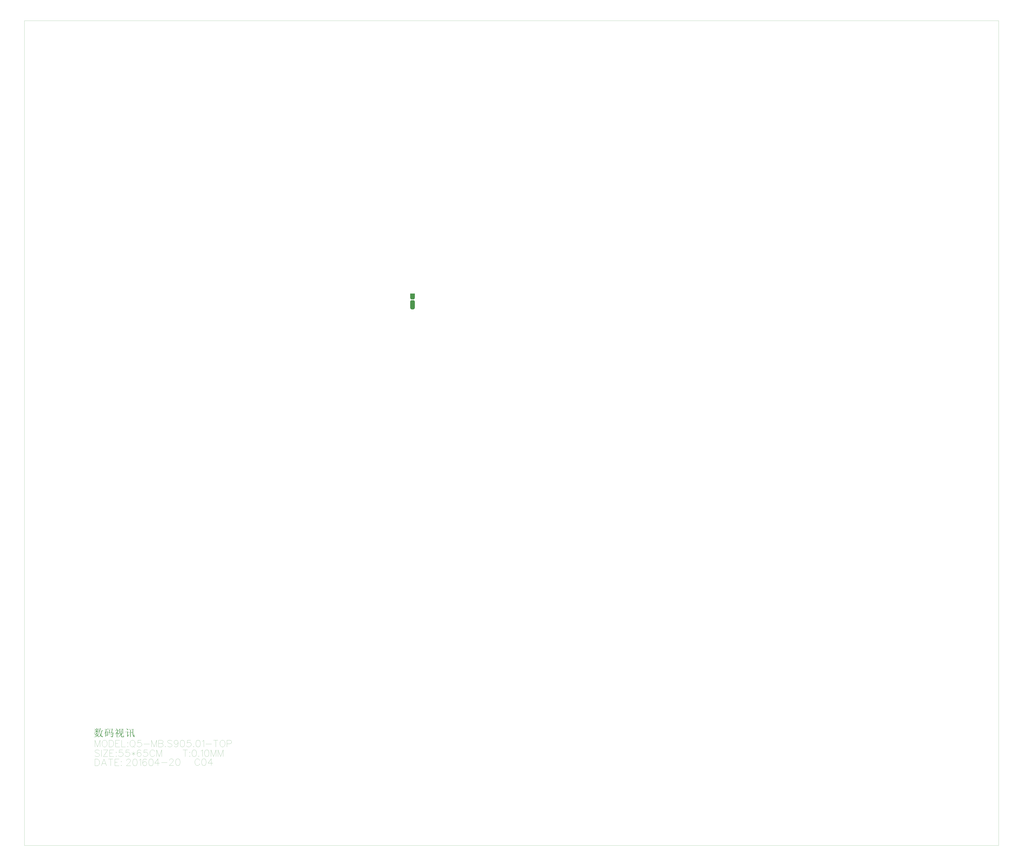
<source format=gbr>
G04 CAM350 V10.5 (Build 464) Date:  Mon Aug 14 14:28:41 2017 *
G04 Database: (Untitled) *
G04 Layer 1: 20C04.GBR *
%FSLAX33Y33*%
%MOMM*%
%SFA1.000B1.000*%

%MIA0B0*%
%IPPOS*%
%ADD10C,0.00000*%
%ADD11C,0.10000*%
%LN20C04.GBR*%
%LPD*%
G36*
X-278024Y-197325D02*
G01X-277974Y-197241D01*
X-277838Y-197330*
X-277718Y-197414*
X-277612Y-197494*
X-277522Y-197571*
X-277446Y-197643*
X-277386Y-197711*
X-277340Y-197775*
X-277312Y-197833*
X-277295Y-197894*
X-277289Y-197958*
X-277294Y-198025*
X-277310Y-198094*
X-277336Y-198167*
X-277374Y-198241*
X-277416Y-198300*
X-277456Y-198334*
X-277496Y-198342*
X-277534Y-198326*
X-277571Y-198284*
X-277606Y-198217*
X-277640Y-198125*
X-277673Y-198015*
X-277712Y-197903*
X-277760Y-197790*
X-277814Y-197676*
X-277877Y-197560*
X-277946Y-197443*
X-278024Y-197325*
G37*
G36*
X-263824Y-197091D02*
G01X-263740Y-197041D01*
X-263590Y-197147*
X-263454Y-197245*
X-263333Y-197336*
X-263226Y-197420*
X-263133Y-197495*
X-263054Y-197564*
X-262990Y-197625*
X-262946Y-197683*
X-262917Y-197743*
X-262903Y-197805*
X-262906Y-197870*
X-262924Y-197936*
X-262958Y-198004*
X-263007Y-198075*
X-263066Y-198139*
X-263118Y-198179*
X-263165Y-198196*
X-263205Y-198189*
X-263240Y-198158*
X-263268Y-198103*
X-263290Y-198025*
X-263321Y-197928*
X-263368Y-197819*
X-263429Y-197698*
X-263505Y-197565*
X-263596Y-197419*
X-263702Y-197261*
X-263824Y-197091*
G37*
G36*
X-256873Y-197175D02*
G01X-256823Y-197091D01*
X-256699Y-197136*
X-256581Y-197183*
X-256471Y-197232*
X-256369Y-197285*
X-256274Y-197340*
X-256187Y-197398*
X-256107Y-197458*
X-256041Y-197516*
X-255986Y-197575*
X-255942Y-197636*
X-255908Y-197698*
X-255886Y-197761*
X-255874Y-197825*
Y-197891*
X-255885Y-197951*
X-255902Y-198004*
X-255924Y-198053*
X-255950Y-198095*
X-255981Y-198133*
X-256016Y-198165*
X-256057Y-198191*
X-256102Y-198203*
X-256144Y-198201*
X-256181Y-198184*
X-256215Y-198153*
X-256244Y-198108*
X-256269Y-198049*
X-256290Y-197975*
X-256322Y-197889*
X-256372Y-197794*
X-256438Y-197689*
X-256521Y-197575*
X-256622Y-197451*
X-256739Y-197318*
X-256873Y-197175*
G37*
G36*
X-276274Y-198341D02*
G01X-276144Y-198093D01*
X-276030Y-197872*
X-275933Y-197678*
X-275852Y-197511*
X-275787Y-197372*
X-275739Y-197260*
X-275707Y-197175*
X-275257Y-197475*
X-275322Y-197492*
X-275386Y-197517*
X-275448Y-197548*
X-275507Y-197586*
X-275565Y-197631*
X-275620Y-197683*
X-275674Y-197741*
X-275725Y-197803*
X-275785Y-197873*
X-275853Y-197953*
X-275929Y-198041*
X-276014Y-198138*
X-276106Y-198243*
X-276207Y-198358*
X-276274Y-198341*
G37*
G36*
X-269257Y-201025D02*
G01X-267140D01*
X-266824Y-200708*
X-266390Y-201158*
X-268524*
X-268603Y-201159*
X-268681Y-201163*
X-268757Y-201170*
X-268831Y-201180*
X-268903Y-201192*
X-268972Y-201207*
X-269040Y-201225*
X-269257Y-201025*
G37*
G36*
X-257573Y-199258D02*
G01X-256324D01*
X-256107Y-199025*
X-255690Y-199358*
X-255957Y-199591*
Y-201825*
X-255090Y-200991*
X-255023Y-201075*
X-255105Y-201185*
X-255188Y-201298*
X-255272Y-201412*
X-255358Y-201529*
X-255445Y-201648*
X-255534Y-201769*
X-255623Y-201891*
X-255706Y-202012*
X-255781Y-202127*
X-255850Y-202235*
X-255912Y-202338*
X-255967Y-202434*
X-256015Y-202524*
X-256057Y-202608*
X-256423Y-202175*
X-256397Y-202125*
X-256374Y-202070*
X-256356Y-202010*
X-256342Y-201946*
X-256332Y-201877*
X-256326Y-201803*
X-256324Y-201725*
Y-199375*
X-256840*
X-256920Y-199377*
X-256998Y-199384*
X-257074Y-199396*
X-257148Y-199413*
X-257219Y-199434*
X-257289Y-199460*
X-257357Y-199491*
X-257573Y-199258*
G37*
G36*
X-261757Y-200708D02*
G01X-261752Y-200568D01*
X-261749Y-200394*
X-261746Y-200187*
X-261743Y-199946*
X-261742Y-199672*
X-261741Y-199365*
X-261740Y-199025*
X-261741Y-198687*
X-261742Y-198378*
X-261743Y-198099*
X-261746Y-197849*
X-261749Y-197628*
X-261752Y-197437*
X-261757Y-197275*
X-261340Y-197508*
X-259623*
X-259357Y-197225*
X-258940Y-197591*
X-259174Y-197741*
X-259173Y-198342*
X-259172Y-198869*
X-259170Y-199322*
X-259168Y-199701*
X-259165Y-200005*
X-259161Y-200235*
X-259157Y-200391*
X-259524Y-200625*
Y-197641*
X-261390*
Y-200475*
X-261757Y-200708*
G37*
G36*
X-67637Y90245D02*
G01Y92754D01*
Y92755*
G75*
G02X-67603Y93048I1276J0*
G01X-64509*
G02X-64475Y92755I-1242J-293*
G01Y90245*
G02X-65134Y89129I-1276J1*
G01X-66977*
G02X-67637Y90245I616J1117*
G37*
G36*
X-264574Y-200925D02*
G01X-264370Y-200738D01*
X-264180Y-200549*
X-264003Y-200358*
X-263839Y-200166*
X-263687Y-199971*
X-263549Y-199774*
X-263424Y-199575*
X-263310Y-199385*
X-263207Y-199206*
X-263115Y-199038*
X-263034Y-198881*
X-262964Y-198735*
X-262905Y-198599*
X-262857Y-198475*
X-263740*
X-263820Y-198476*
X-263898Y-198480*
X-263974Y-198487*
X-264048Y-198497*
X-264119Y-198509*
X-264189Y-198524*
X-264257Y-198541*
X-264474Y-198341*
X-262823*
X-262624Y-198075*
X-262157Y-198491*
X-262227Y-198510*
X-262293Y-198538*
X-262356Y-198574*
X-262415Y-198619*
X-262471Y-198673*
X-262524Y-198736*
X-262574Y-198808*
X-262619Y-198888*
X-262670Y-198977*
X-262727Y-199073*
X-262789Y-199178*
X-262856Y-199291*
X-262929Y-199412*
X-263007Y-199541*
Y-199775*
X-262839Y-199863*
X-262686Y-199946*
X-262549Y-200025*
X-262427Y-200099*
X-262322Y-200168*
X-262231Y-200232*
X-262157Y-200291*
X-262103Y-200355*
X-262064Y-200422*
X-262042Y-200492*
X-262034Y-200566*
X-262043Y-200643*
X-262067Y-200724*
X-262107Y-200808*
X-262153Y-200881*
X-262198Y-200929*
X-262240Y-200952*
X-262281Y-200950*
X-262319Y-200922*
X-262356Y-200869*
X-262390Y-200791*
X-262431Y-200697*
X-262488Y-200594*
X-262561Y-200483*
X-262649Y-200364*
X-262752Y-200237*
X-262872Y-200102*
X-263007Y-199958*
Y-200632*
X-263005Y-201217*
X-263004Y-201711*
X-263001Y-202116*
X-262998Y-202431*
X-262995Y-202656*
X-262990Y-202791*
X-263374Y-203025*
X-263365Y-202840*
X-263357Y-202570*
X-263351Y-202217*
X-263346Y-201778*
X-263343Y-201256*
X-263341Y-200649*
X-263340Y-199958*
X-263474Y-200106*
X-263618Y-200253*
X-263772Y-200401*
X-263936Y-200549*
X-264111Y-200696*
X-264295Y-200844*
X-264490Y-200991*
X-264574Y-200925*
G37*
G36*
X-255590Y-199725D02*
G01X-254390D01*
X-254391Y-199362*
X-254393Y-199038*
X-254396Y-198750*
X-254401Y-198500*
X-254407Y-198288*
X-254415Y-198112*
X-254423Y-197975*
X-253823Y-198241*
X-254057Y-198441*
Y-199725*
X-253607*
X-253307Y-199375*
X-252823Y-199858*
X-254057*
X-254056Y-200408*
X-254054Y-200906*
X-254051Y-201351*
X-254046Y-201744*
X-254040Y-202084*
X-254032Y-202372*
X-254023Y-202608*
X-254423Y-202791*
X-254415Y-202450*
X-254407Y-202083*
X-254401Y-201689*
X-254396Y-201270*
X-254393Y-200825*
X-254391Y-200355*
X-254390Y-199858*
X-254740*
X-254834Y-199859*
X-254927Y-199864*
X-255017Y-199870*
X-255105Y-199880*
X-255191Y-199892*
X-255275Y-199907*
X-255357Y-199925*
X-255590Y-199725*
G37*
G36*
X-271590Y-200558D02*
G01X-271475Y-200374D01*
X-271366Y-200185*
X-271264Y-199991*
X-271168Y-199791*
X-271080Y-199585*
X-270998Y-199374*
X-270924Y-199158*
X-270850Y-198938*
X-270781Y-198717*
X-270716Y-198495*
X-270657Y-198271*
X-270602Y-198046*
X-270552Y-197819*
X-270507Y-197591*
X-270740*
X-270820Y-197593*
X-270898Y-197597*
X-270974Y-197604*
X-271048Y-197613*
X-271119Y-197625*
X-271189Y-197640*
X-271257Y-197658*
X-271473Y-197458*
X-269690*
X-269357Y-197108*
X-268890Y-197591*
X-270107*
X-270182Y-197843*
X-270256Y-198085*
X-270329Y-198317*
X-270401Y-198538*
X-270471Y-198750*
X-270539Y-198951*
X-270607Y-199141*
X-270507Y-199191*
X-269824*
X-269640Y-198991*
X-269273Y-199275*
X-269457Y-199408*
Y-199983*
X-269455Y-200487*
X-269454Y-200921*
X-269451Y-201286*
X-269448Y-201580*
X-269445Y-201804*
X-269440Y-201958*
X-269774Y-202091*
Y-201625*
X-270574*
Y-202408*
X-270924Y-202558*
X-270915Y-202272*
X-270907Y-201947*
X-270901Y-201584*
X-270896Y-201181*
X-270893Y-200740*
X-270891Y-200260*
X-270890Y-199741*
X-270969Y-199874*
X-271052Y-200004*
X-271140Y-200132*
X-271233Y-200258*
X-271331Y-200383*
X-271433Y-200505*
X-271540Y-200625*
X-271590Y-200558*
G37*
G36*
X-67637Y83688D02*
G01Y87423D01*
G02X-66996Y88529I1275J0*
G01X-65116*
G02X-64475Y87423I-635J-1107*
G01Y87422*
Y83688*
G02X-65751Y82412I-1276J0*
G01X-66361*
G02X-67637Y83688I0J1276*
G37*
G36*
X-268840Y-200008D02*
G01X-268607Y-199858D01*
X-268340Y-197875*
X-267823Y-198125*
X-268057Y-198291*
X-268290Y-199958*
X-266890*
X-266590Y-197508*
X-268140*
X-268220Y-197510*
X-268298Y-197515*
X-268374Y-197523*
X-268448Y-197535*
X-268519Y-197551*
X-268589Y-197569*
X-268657Y-197591*
X-268857Y-197375*
X-266657*
X-266390Y-197108*
X-265990Y-197475*
X-266257Y-197641*
X-266540Y-199958*
X-266073*
X-265840Y-199691*
X-265507Y-200058*
X-265690Y-200191*
X-265745Y-200687*
X-265796Y-201118*
X-265843Y-201483*
X-265886Y-201783*
X-265925Y-202018*
X-265960Y-202187*
X-265990Y-202291*
X-266015Y-202365*
X-266043Y-202433*
X-266074Y-202495*
X-266107Y-202553*
X-266143Y-202604*
X-266182Y-202651*
X-266224Y-202691*
X-266266Y-202729*
X-266319Y-202765*
X-266381Y-202800*
X-266452Y-202833*
X-266533Y-202865*
X-266624Y-202895*
X-266724Y-202925*
X-266727Y-202851*
X-266737Y-202783*
X-266754Y-202721*
X-266778Y-202663*
X-266809Y-202612*
X-266846Y-202566*
X-266890Y-202525*
X-266948Y-202491*
X-267018Y-202457*
X-267099Y-202422*
X-267192Y-202386*
X-267297Y-202350*
X-267413Y-202312*
X-267540Y-202275*
X-267507Y-202141*
X-267248Y-202198*
X-267025Y-202242*
X-266837Y-202275*
X-266685Y-202296*
X-266568Y-202306*
X-266486Y-202305*
X-266440Y-202291*
X-266413Y-202271*
X-266387Y-202249*
X-266364Y-202225*
X-266342Y-202199*
X-266323Y-202171*
X-266305Y-202140*
X-266290Y-202108*
X-266277Y-202042*
X-266258Y-201903*
X-266231Y-201689*
X-266198Y-201401*
X-266158Y-201038*
X-266111Y-200602*
X-266057Y-200091*
X-268324*
X-268524Y-200341*
X-268840Y-200008*
G37*
G36*
X-278524Y-202791D02*
G01X-278216Y-202694D01*
X-277921Y-202582*
X-277639Y-202456*
X-277370Y-202315*
X-277114Y-202160*
X-276870Y-201991*
X-276640Y-201808*
X-276790Y-201758*
X-276942Y-201711*
X-277098Y-201669*
X-277258Y-201631*
X-277421Y-201597*
X-277587Y-201567*
X-277757Y-201541*
X-277710Y-201489*
X-277653Y-201416*
X-277588Y-201324*
X-277515Y-201212*
X-277432Y-201081*
X-277341Y-200929*
X-277240Y-200758*
X-277990*
X-278240Y-200841*
X-278440Y-200625*
X-277190*
X-277135Y-200527*
X-277085Y-200433*
X-277040Y-200343*
X-277000Y-200257*
X-276964Y-200176*
X-276933Y-200098*
X-276907Y-200025*
X-276857Y-200058*
Y-198991*
X-277061Y-199209*
X-277275Y-199413*
X-277497Y-199605*
X-277728Y-199783*
X-277967Y-199949*
X-278216Y-200102*
X-278474Y-200241*
X-278524Y-200158*
X-278257Y-199965*
X-278009Y-199765*
X-277781Y-199559*
X-277571Y-199347*
X-277381Y-199129*
X-277209Y-198905*
X-277057Y-198675*
X-277657*
X-277737Y-198676*
X-277815Y-198682*
X-277891Y-198690*
X-277964Y-198702*
X-278036Y-198717*
X-278106Y-198736*
X-278174Y-198758*
X-278390Y-198541*
X-276857*
Y-198279*
X-276858Y-198027*
X-276860Y-197784*
X-276862Y-197551*
X-276865Y-197327*
X-276869Y-197113*
X-276873Y-196908*
X-276324Y-197175*
X-276507Y-197325*
Y-198541*
X-275807*
X-275557Y-198258*
X-275140Y-198675*
X-276507*
Y-198941*
X-276344Y-198985*
X-276199Y-199028*
X-276072Y-199073*
X-275963Y-199118*
X-275871Y-199164*
X-275797Y-199211*
X-275740Y-199258*
X-275698Y-199303*
X-275667Y-199352*
X-275646Y-199405*
X-275637Y-199462*
X-275638Y-199523*
X-275650Y-199589*
X-275674Y-199658*
X-275699Y-199718*
X-275729Y-199756*
X-275763Y-199771*
X-275801Y-199764*
X-275844Y-199735*
X-275890Y-199683*
X-275940Y-199608*
X-275997Y-199528*
X-276061Y-199449*
X-276134Y-199371*
X-276215Y-199295*
X-276304Y-199220*
X-276401Y-199147*
X-276507Y-199075*
Y-199875*
X-276823Y-200091*
X-276440Y-200208*
X-276493Y-200245*
X-276545Y-200290*
X-276597Y-200342*
X-276650Y-200401*
X-276702Y-200468*
X-276754Y-200543*
X-276807Y-200625*
X-275974*
X-275790Y-200375*
X-275390Y-200658*
X-275624Y-200808*
X-275699Y-200969*
X-275773Y-201118*
X-275846Y-201256*
X-275917Y-201382*
X-275987Y-201497*
X-276056Y-201600*
X-276123Y-201691*
X-276010Y-201729*
X-275907Y-201766*
X-275815Y-201803*
X-275734Y-201838*
X-275664Y-201873*
X-275605Y-201908*
X-275557Y-201941*
X-275522Y-201977*
X-275494Y-202018*
X-275473Y-202063*
X-275459Y-202113*
X-275451Y-202168*
Y-202227*
X-275457Y-202291*
X-275470Y-202349*
X-275492Y-202388*
X-275522Y-202409*
X-275560Y-202411*
X-275606Y-202395*
X-275661Y-202361*
X-275723Y-202308*
X-275789Y-202248*
X-275861Y-202190*
X-275940Y-202135*
X-276026Y-202082*
X-276118Y-202033*
X-276217Y-201986*
X-276324Y-201941*
X-276588Y-202136*
X-276868Y-202311*
X-277162Y-202467*
X-277472Y-202603*
X-277796Y-202719*
X-278136Y-202815*
X-278490Y-202891*
X-278524Y-202791*
G37*
G36*
X-262807Y-202925D02*
G01X-262519Y-202775D01*
X-262257Y-202621*
X-262020Y-202463*
X-261808Y-202302*
X-261622Y-202136*
X-261460Y-201966*
X-261324Y-201791*
X-261202Y-201611*
X-261094Y-201424*
X-260999Y-201229*
X-260918Y-201027*
X-260851Y-200817*
X-260797Y-200600*
X-260757Y-200375*
X-260726Y-200129*
X-260701Y-199860*
X-260681Y-199568*
X-260667Y-199251*
X-260658Y-198910*
X-260655Y-198546*
X-260657Y-198158*
X-260074Y-198491*
X-260307Y-198658*
X-260309Y-198933*
X-260314Y-199194*
X-260322Y-199443*
X-260334Y-199678*
X-260349Y-199901*
X-260368Y-200111*
X-260389Y-200301*
X-259807Y-200625*
X-260040Y-200791*
Y-202275*
X-260034Y-202328*
X-260017Y-202373*
X-259988Y-202409*
X-259948Y-202438*
X-259896Y-202458*
X-259832Y-202471*
X-259757Y-202475*
X-259174*
X-259111Y-202467*
X-259055Y-202443*
X-259007Y-202404*
X-258967Y-202350*
X-258934Y-202279*
X-258908Y-202193*
X-258890Y-202091*
X-258877Y-201976*
X-258864Y-201860*
X-258853Y-201742*
X-258844Y-201623*
X-258836Y-201503*
X-258829Y-201381*
X-258824Y-201258*
X-258690*
Y-201401*
X-258689Y-201534*
X-258687Y-201658*
X-258685Y-201772*
X-258682Y-201877*
X-258678Y-201972*
X-258674Y-202058*
X-258664Y-202130*
X-258646Y-202193*
X-258619Y-202247*
X-258584Y-202292*
X-258539Y-202328*
X-258486Y-202356*
X-258424Y-202375*
X-258453Y-202447*
X-258485Y-202511*
X-258518Y-202567*
X-258554Y-202614*
X-258592Y-202654*
X-258632Y-202685*
X-258674Y-202708*
X-258717Y-202730*
X-258763Y-202749*
X-258811Y-202764*
X-258861Y-202776*
X-258913Y-202785*
X-258967Y-202790*
X-259024Y-202791*
X-259940*
X-260055Y-202785*
X-260152Y-202764*
X-260232Y-202730*
X-260294Y-202683*
X-260338Y-202621*
X-260365Y-202546*
X-260374Y-202458*
Y-201175*
Y-201087*
X-260376Y-200987*
X-260380Y-200874*
X-260384Y-200748*
X-260391Y-200608*
X-260398Y-200456*
X-260402Y-200381*
X-260421Y-200494*
X-260458Y-200673*
X-260500Y-200843*
X-260548Y-201005*
X-260601Y-201158*
X-260660Y-201304*
X-260724Y-201441*
X-260800Y-201573*
X-260888Y-201701*
X-260987Y-201826*
X-261096Y-201948*
X-261217Y-202066*
X-261348Y-202180*
X-261490Y-202291*
X-261638Y-202396*
X-261795Y-202500*
X-261962Y-202603*
X-262138Y-202705*
X-262324Y-202807*
X-262519Y-202908*
X-262724Y-203008*
X-262807Y-202925*
G37*
G36*
X-255457Y-197558D02*
G01X-252823D01*
X-252590Y-197275*
X-252173Y-197658*
X-252440Y-197825*
Y-199191*
X-252441Y-199821*
X-252416Y-200378*
X-252364Y-200861*
X-252285Y-201270*
X-252180Y-201606*
X-252048Y-201869*
X-251890Y-202058*
X-251657Y-200941*
X-251557Y-200975*
X-251570Y-201181*
X-251580Y-201369*
X-251588Y-201541*
X-251592Y-201696*
X-251594Y-201834*
Y-201954*
X-251590Y-202058*
X-251584Y-202151*
X-251577Y-202250*
X-251567Y-202354*
X-251555Y-202463*
X-251541Y-202578*
X-251525Y-202699*
X-251507Y-202825*
X-251698Y-202748*
X-251873Y-202651*
X-252030Y-202533*
X-252171Y-202395*
X-252294Y-202236*
X-252401Y-202057*
X-252490Y-201858*
X-252566Y-201633*
X-252632Y-201375*
X-252687Y-201086*
X-252732Y-200764*
X-252767Y-200411*
X-252792Y-200025*
X-252807Y-199608*
Y-197691*
X-254740*
X-254820Y-197693*
X-254898Y-197698*
X-254974Y-197707*
X-255048Y-197719*
X-255119Y-197734*
X-255189Y-197753*
X-255257Y-197775*
X-255457Y-197558*
G37*
G36*
X-276257Y-202941D02*
G01X-275903Y-202794D01*
X-275574Y-202628*
X-275270Y-202444*
X-274992Y-202242*
X-274738Y-202021*
X-274510Y-201782*
X-274307Y-201525*
X-274444Y-201176*
X-274561Y-200817*
X-274658Y-200447*
X-274734Y-200066*
X-274790Y-199674*
X-274825Y-199272*
X-274840Y-198858*
X-274929Y-199052*
X-275025Y-199242*
X-275128Y-199428*
X-275237Y-199612*
X-275354Y-199792*
X-275477Y-199968*
X-275607Y-200141*
X-275674Y-200091*
X-275492Y-199769*
X-275320Y-199403*
X-275156Y-198992*
X-275001Y-198538*
X-274855Y-198039*
X-274718Y-197495*
X-274590Y-196908*
X-273990Y-197225*
X-274046Y-197266*
X-274099Y-197312*
X-274149Y-197364*
X-274197Y-197421*
X-274242Y-197483*
X-274284Y-197551*
X-274323Y-197625*
X-274364Y-197709*
X-274411Y-197808*
X-274462Y-197924*
X-274519Y-198055*
X-274582Y-198201*
X-274650Y-198363*
X-274724Y-198541*
X-273240*
X-272890Y-198191*
X-272457Y-198675*
X-273240*
X-273278Y-199210*
X-273335Y-199703*
X-273412Y-200153*
X-273507Y-200560*
X-273621Y-200925*
X-273754Y-201246*
X-273907Y-201525*
X-273714Y-201740*
X-273518Y-201929*
X-273317Y-202091*
X-273112Y-202227*
X-272903Y-202336*
X-272691Y-202419*
X-272474Y-202475*
Y-202558*
X-272593Y-202572*
X-272695Y-202595*
X-272780Y-202626*
X-272846Y-202667*
X-272895Y-202716*
X-272927Y-202774*
X-272940Y-202841*
X-273140Y-202714*
X-273329Y-202577*
X-273509Y-202433*
X-273678Y-202281*
X-273836Y-202120*
X-273985Y-201952*
X-274124Y-201775*
X-274342Y-202012*
X-274587Y-202230*
X-274860Y-202429*
X-275160Y-202607*
X-275487Y-202766*
X-275842Y-202905*
X-276224Y-203025*
X-276257Y-202941*
G37*
%LPC*%
G36*
X-269774Y-201491D02*
G01Y-199325D01*
X-270574*
Y-201491*
X-269774*
G37*
G36*
X-277208Y-201466D02*
G01X-277090Y-201490D01*
X-276968Y-201516*
X-276845Y-201542*
X-276718Y-201569*
X-276589Y-201596*
X-276457Y-201625*
X-276386Y-201517*
X-276317Y-201404*
X-276249Y-201286*
X-276182Y-201162*
X-276117Y-201033*
X-276053Y-200898*
X-275990Y-200758*
X-276873*
X-276936Y-200858*
X-276999Y-200957*
X-277062Y-201055*
X-277127Y-201153*
X-277192Y-201250*
X-277257Y-201346*
X-277324Y-201441*
X-277208Y-201466*
G37*
G36*
X-274695Y-199102D02*
G01X-274635Y-199509D01*
X-274562Y-199894*
X-274474Y-200258*
X-274371Y-200602*
X-274254Y-200924*
X-274124Y-201225*
X-274002Y-200965*
X-273895Y-200670*
X-273802Y-200340*
X-273724Y-199976*
X-273659Y-199577*
X-273609Y-199143*
X-273573Y-198675*
X-274740*
X-274695Y-199102*
G37*
%LPD*%
G54D10*
X-277944Y-217400D02*
G01Y-221900D01*
Y-217400D02*
G01X-276444D01*
X-275801Y-217614*
X-275373Y-218043*
X-275158Y-218472*
X-274944Y-219114*
Y-220186*
X-275158Y-220829*
X-275373Y-221257*
X-275801Y-221686*
X-276444Y-221900*
X-277944*
X-271944Y-217400D02*
G01X-273658Y-221900D01*
X-271944Y-217400D02*
G01X-270230Y-221900D01*
X-273015Y-220400D02*
G01X-270873D01*
X-267444Y-217400D02*
G01Y-221900D01*
X-268944Y-217400D02*
G01X-265944D01*
X-264658D02*
G01Y-221900D01*
Y-217400D02*
G01X-261873D01*
X-264658Y-219543D02*
G01X-262944D01*
X-264658Y-221900D02*
G01X-261873D01*
X-260373Y-218900D02*
G01X-260587Y-219114D01*
X-260373Y-219329*
X-260158Y-219114*
X-260373Y-218900*
Y-221472D02*
G01X-260587Y-221686D01*
X-260373Y-221900*
X-260158Y-221686*
X-260373Y-221472*
G54D11*
X-277921Y-204827D02*
G01Y-209327D01*
Y-204827D02*
G01X-276206Y-209327D01*
X-274492Y-204827D02*
G01X-276206Y-209327D01*
X-274492Y-204827D02*
G01Y-209327D01*
X-271921Y-204827D02*
G01X-272349Y-205041D01*
X-272778Y-205470*
X-272992Y-205899*
X-273207Y-206541*
Y-207613*
X-272992Y-208256*
X-272778Y-208684*
X-272349Y-209113*
X-271921Y-209327*
X-271064*
X-270635Y-209113*
X-270206Y-208684*
X-269992Y-208256*
X-269778Y-207613*
Y-206541*
X-269992Y-205899*
X-270206Y-205470*
X-270635Y-205041*
X-271064Y-204827*
X-271921*
X-268492D02*
G01Y-209327D01*
Y-204827D02*
G01X-266992D01*
X-266349Y-205041*
X-265921Y-205470*
X-265706Y-205899*
X-265492Y-206541*
Y-207613*
X-265706Y-208256*
X-265921Y-208684*
X-266349Y-209113*
X-266992Y-209327*
X-268492*
X-264206Y-204827D02*
G01Y-209327D01*
Y-204827D02*
G01X-261421D01*
X-264206Y-206970D02*
G01X-262492D01*
X-264206Y-209327D02*
G01X-261421D01*
X-260135Y-204827D02*
G01Y-209327D01*
Y-209327D02*
G01X-257564D01*
X-256064Y-206327D02*
G01X-256278Y-206541D01*
X-256064Y-206756*
X-255849Y-206541*
X-256064Y-206327*
Y-208899D02*
G01X-256278Y-209113D01*
X-256064Y-209327*
X-255849Y-209113*
X-256064Y-208899*
X-253278Y-204827D02*
G01X-253706Y-205041D01*
X-254135Y-205470*
X-254349Y-205899*
X-254564Y-206541*
Y-207613*
X-254349Y-208256*
X-254135Y-208684*
X-253706Y-209113*
X-253278Y-209327*
X-252421*
X-251992Y-209113*
X-251564Y-208684*
X-251349Y-208256*
X-251135Y-207613*
Y-206541*
X-251349Y-205899*
X-251564Y-205470*
X-251992Y-205041*
X-252421Y-204827*
X-253278*
X-252635Y-208470D02*
G01X-251349Y-209756D01*
X-247064Y-204827D02*
G01X-249206D01*
X-249421Y-206756*
X-249206Y-206541*
X-248564Y-206327*
X-247921*
X-247278Y-206541*
X-246849Y-206970*
X-246635Y-207613*
Y-208041*
X-247064Y-208684*
X-247492Y-209113*
X-248135Y-209327*
X-248778*
X-249421Y-209113*
X-249635Y-208899*
X-249849Y-208470*
X-245349Y-207399D02*
G01X-241492D01*
X-240207Y-204827D02*
G01Y-209327D01*
Y-204827D02*
G01X-238492Y-209327D01*
X-236778Y-204827D02*
G01X-238492Y-209327D01*
X-236778Y-204827D02*
G01Y-209327D01*
X-235492Y-204827D02*
G01Y-209327D01*
Y-204827D02*
G01X-233564D01*
X-232921Y-205041*
X-232706Y-205256*
X-232492Y-205684*
Y-206113*
X-232706Y-206541*
X-232921Y-206756*
X-233564Y-206970*
X-235492D02*
G01X-233564D01*
X-232921Y-207184*
X-232706Y-207399*
X-232492Y-207827*
Y-208470*
X-232706Y-208899*
X-232921Y-209113*
X-233564Y-209327*
X-235492*
X-230992Y-208899D02*
G01X-231206Y-209113D01*
X-230992Y-209327*
X-230778Y-209113*
X-230992Y-208899*
X-226492Y-205470D02*
G01X-226921Y-205041D01*
X-227564Y-204827*
X-228421*
X-229064Y-205041*
X-229492Y-205470*
Y-205899*
X-229278Y-206327*
X-229064Y-206541*
X-228635Y-206756*
X-227349Y-207184*
X-226921Y-207399*
X-226706Y-207613*
X-226492Y-208041*
Y-208684*
X-226921Y-209113*
X-227564Y-209327*
X-228421*
X-229064Y-209113*
X-229492Y-208684*
X-222421Y-206327D02*
G01X-222635Y-206970D01*
X-223064Y-207399*
X-223706Y-207613*
X-223921*
X-224564Y-207399*
X-224992Y-206970*
X-225206Y-206327*
Y-206113*
X-224992Y-205470*
X-224564Y-205041*
X-223921Y-204827*
X-223706*
X-223064Y-205041*
X-222635Y-205470*
X-222421Y-206327*
Y-207399*
X-222635Y-208470*
X-223064Y-209113*
X-223706Y-209327*
X-224135*
X-224778Y-209113*
X-224992Y-208684*
X-219849Y-204827D02*
G01X-220492Y-205041D01*
X-220921Y-205684*
X-221135Y-206756*
Y-207399*
X-220921Y-208470*
X-220492Y-209113*
X-219849Y-209327*
X-219421*
X-218778Y-209113*
X-218349Y-208470*
X-218135Y-207399*
Y-206756*
X-218349Y-205684*
X-218778Y-205041*
X-219421Y-204827*
X-219849*
X-214064D02*
G01X-216206D01*
X-216421Y-206756*
X-216206Y-206541*
X-215564Y-206327*
X-214921*
X-214278Y-206541*
X-213849Y-206970*
X-213635Y-207613*
Y-208041*
X-214064Y-208684*
X-214492Y-209113*
X-215135Y-209327*
X-215778*
X-216421Y-209113*
X-216635Y-208899*
X-216849Y-208470*
X-212135Y-208899D02*
G01X-212349Y-209113D01*
X-212135Y-209327*
X-211921Y-209113*
X-212135Y-208899*
X-209349Y-204827D02*
G01X-209992Y-205041D01*
X-210421Y-205684*
X-210635Y-206756*
Y-207399*
X-210421Y-208470*
X-209992Y-209113*
X-209349Y-209327*
X-208921*
X-208278Y-209113*
X-207849Y-208470*
X-207635Y-207399*
Y-206756*
X-207849Y-205684*
X-208278Y-205041*
X-208921Y-204827*
X-209349*
X-206349Y-205684D02*
G01X-205921Y-205470D01*
X-205278Y-204827*
Y-209327*
X-203992Y-207399D02*
G01X-200135D01*
X-197349Y-204827D02*
G01Y-209327D01*
X-198849Y-204827D02*
G01X-195849D01*
X-193278D02*
G01X-193706Y-205041D01*
X-194135Y-205470*
X-194349Y-205899*
X-194564Y-206541*
Y-207613*
X-194349Y-208256*
X-194135Y-208684*
X-193706Y-209113*
X-193278Y-209327*
X-192421*
X-191992Y-209113*
X-191563Y-208684*
X-191349Y-208256*
X-191135Y-207613*
Y-206541*
X-191349Y-205899*
X-191563Y-205470*
X-191992Y-205041*
X-192421Y-204827*
X-193278*
X-189849D02*
G01Y-209327D01*
Y-204827D02*
G01X-187921D01*
X-187278Y-205041*
X-187063Y-205256*
X-186849Y-205684*
Y-206327*
X-187063Y-206756*
X-187278Y-206970*
X-187921Y-207184*
X-189849*
X-274921Y-211899D02*
G01X-275349Y-211470D01*
X-275992Y-211256*
X-276849*
X-277492Y-211470*
X-277921Y-211899*
Y-212327*
X-277706Y-212756*
X-277492Y-212970*
X-277064Y-213184*
X-275778Y-213613*
X-275349Y-213827*
X-275135Y-214041*
X-274921Y-214470*
Y-215113*
X-275349Y-215541*
X-275992Y-215756*
X-276849*
X-277492Y-215541*
X-277921Y-215113*
X-273635Y-211256D02*
G01Y-215756D01*
X-269349Y-211256D02*
G01X-272349Y-215756D01*
Y-211256D02*
G01X-269349D01*
X-272349Y-215756D02*
G01X-269349D01*
X-268064Y-211256D02*
G01Y-215756D01*
Y-211256D02*
G01X-265278D01*
X-268064Y-213399D02*
G01X-266349D01*
X-268064Y-215756D02*
G01X-265278D01*
X-263778Y-212756D02*
G01X-263992Y-212970D01*
X-263778Y-213184*
X-263564Y-212970*
X-263778Y-212756*
Y-215327D02*
G01X-263992Y-215541D01*
X-263778Y-215756*
X-263564Y-215541*
X-263778Y-215327*
X-259492Y-211256D02*
G01X-261635D01*
X-261849Y-213184*
X-261635Y-212970*
X-260992Y-212756*
X-260349*
X-259706Y-212970*
X-259278Y-213399*
X-259064Y-214041*
Y-214470*
X-259492Y-215113*
X-259921Y-215541*
X-260564Y-215756*
X-261206*
X-261849Y-215541*
X-262064Y-215327*
X-262278Y-214899*
X-254992Y-211256D02*
G01X-257135D01*
X-257349Y-213184*
X-257135Y-212970*
X-256492Y-212756*
X-255849*
X-255206Y-212970*
X-254778Y-213399*
X-254564Y-214041*
Y-214470*
X-254992Y-215113*
X-255421Y-215541*
X-256064Y-215756*
X-256706*
X-257349Y-215541*
X-257564Y-215327*
X-257778Y-214899*
X-252206Y-212541D02*
G01Y-215113D01*
X-253278Y-213184D02*
G01X-251135Y-214470D01*
Y-213184D02*
G01X-253278Y-214470D01*
X-247278Y-211899D02*
G01X-247492Y-211470D01*
X-248135Y-211256*
X-248564*
X-249206Y-211470*
X-249635Y-212113*
X-249849Y-213184*
Y-214256*
X-249635Y-215113*
X-249206Y-215541*
X-248564Y-215756*
X-248349*
X-247707Y-215541*
X-247278Y-215113*
X-247064Y-214470*
Y-214256*
X-247278Y-213613*
X-247707Y-213184*
X-248349Y-212970*
X-248564*
X-249206Y-213184*
X-249635Y-213613*
X-249849Y-214256*
X-242992Y-211256D02*
G01X-245135D01*
X-245349Y-213184*
X-245135Y-212970*
X-244492Y-212756*
X-243849*
X-243207Y-212970*
X-242778Y-213399*
X-242564Y-214041*
Y-214470*
X-242992Y-215113*
X-243421Y-215541*
X-244064Y-215756*
X-244707*
X-245349Y-215541*
X-245564Y-215327*
X-245778Y-214899*
X-238064Y-212327D02*
G01X-238278Y-211899D01*
X-238707Y-211470*
X-239135Y-211256*
X-239992*
X-240421Y-211470*
X-240849Y-211899*
X-241064Y-212327*
X-241278Y-212970*
Y-214041*
X-241064Y-214684*
X-240849Y-215113*
X-240421Y-215541*
X-239992Y-215756*
X-239135*
X-238707Y-215541*
X-238278Y-215113*
X-238064Y-214684*
X-236778Y-211256D02*
G01Y-215756D01*
Y-211256D02*
G01X-235064Y-215756D01*
X-233349Y-211256D02*
G01X-235064Y-215756D01*
X-233349Y-211256D02*
G01Y-215756D01*
X-217706Y-211256D02*
G01Y-215756D01*
X-219206Y-211256D02*
G01X-216206D01*
X-214706Y-212756D02*
G01X-214921Y-212970D01*
X-214706Y-213184*
X-214492Y-212970*
X-214706Y-212756*
Y-215327D02*
G01X-214921Y-215541D01*
X-214706Y-215756*
X-214492Y-215541*
X-214706Y-215327*
X-211921Y-211256D02*
G01X-212564Y-211470D01*
X-212992Y-212113*
X-213206Y-213184*
Y-213827*
X-212992Y-214899*
X-212564Y-215541*
X-211921Y-215756*
X-211492*
X-210849Y-215541*
X-210421Y-214899*
X-210206Y-213827*
Y-213184*
X-210421Y-212113*
X-210849Y-211470*
X-211492Y-211256*
X-211921*
X-208706Y-215327D02*
G01X-208921Y-215541D01*
X-208706Y-215756*
X-208492Y-215541*
X-208706Y-215327*
X-207206Y-212113D02*
G01X-206778Y-211899D01*
X-206135Y-211256*
Y-215756*
X-203564Y-211256D02*
G01X-204206Y-211470D01*
X-204635Y-212113*
X-204849Y-213184*
Y-213827*
X-204635Y-214899*
X-204206Y-215541*
X-203564Y-215756*
X-203135*
X-202492Y-215541*
X-202064Y-214899*
X-201849Y-213827*
Y-213184*
X-202064Y-212113*
X-202492Y-211470*
X-203135Y-211256*
X-203564*
X-200564D02*
G01Y-215756D01*
Y-211256D02*
G01X-198849Y-215756D01*
X-197135Y-211256D02*
G01X-198849Y-215756D01*
X-197135Y-211256D02*
G01Y-215756D01*
X-195849Y-211256D02*
G01Y-215756D01*
Y-211256D02*
G01X-194135Y-215756D01*
X-192421Y-211256D02*
G01X-194135Y-215756D01*
X-192421Y-211256D02*
G01Y-215756D01*
X-256819Y-218439D02*
G01Y-218225D01*
X-256604Y-217796*
X-256390Y-217582*
X-255961Y-217367*
X-255104*
X-254676Y-217582*
X-254461Y-217796*
X-254247Y-218225*
Y-218653*
X-254461Y-219082*
X-254890Y-219724*
X-257033Y-221867*
X-254033*
X-251461Y-217367D02*
G01X-252104Y-217582D01*
X-252533Y-218225*
X-252747Y-219296*
Y-219939*
X-252533Y-221010*
X-252104Y-221653*
X-251461Y-221867*
X-251033*
X-250390Y-221653*
X-249961Y-221010*
X-249747Y-219939*
Y-219296*
X-249961Y-218225*
X-250390Y-217582*
X-251033Y-217367*
X-251461*
X-248461Y-218225D02*
G01X-248033Y-218010D01*
X-247390Y-217367*
Y-221867*
X-243533Y-218010D02*
G01X-243747Y-217582D01*
X-244390Y-217367*
X-244819*
X-245461Y-217582*
X-245890Y-218225*
X-246104Y-219296*
Y-220367*
X-245890Y-221225*
X-245461Y-221653*
X-244819Y-221867*
X-244604*
X-243961Y-221653*
X-243533Y-221225*
X-243319Y-220582*
Y-220367*
X-243533Y-219724*
X-243961Y-219296*
X-244604Y-219082*
X-244819*
X-245461Y-219296*
X-245890Y-219724*
X-246104Y-220367*
X-240747Y-217367D02*
G01X-241390Y-217582D01*
X-241819Y-218225*
X-242033Y-219296*
Y-219939*
X-241819Y-221010*
X-241390Y-221653*
X-240747Y-221867*
X-240319*
X-239676Y-221653*
X-239247Y-221010*
X-239033Y-219939*
Y-219296*
X-239247Y-218225*
X-239676Y-217582*
X-240319Y-217367*
X-240747*
X-235929Y-217206D02*
G01X-238072Y-220206D01*
X-234858*
X-235929Y-217206D02*
G01Y-221706D01*
X-233572Y-219777D02*
G01X-229715D01*
X-228215Y-218277D02*
G01Y-218063D01*
X-228000Y-217634*
X-227786Y-217420*
X-227358Y-217206*
X-226500*
X-226072Y-217420*
X-225858Y-217634*
X-225643Y-218063*
Y-218491*
X-225858Y-218920*
X-226286Y-219563*
X-228429Y-221706*
X-225429*
X-222858Y-217206D02*
G01X-223500Y-217420D01*
X-223929Y-218063*
X-224143Y-219134*
Y-219777*
X-223929Y-220849*
X-223500Y-221491*
X-222858Y-221706*
X-222429*
X-221786Y-221491*
X-221358Y-220849*
X-221143Y-219777*
Y-219134*
X-221358Y-218063*
X-221786Y-217420*
X-222429Y-217206*
X-222858*
X-208072Y-218277D02*
G01X-208286Y-217849D01*
X-208715Y-217420*
X-209143Y-217206*
X-210000*
X-210429Y-217420*
X-210858Y-217849*
X-211072Y-218277*
X-211286Y-218920*
Y-219991*
X-211072Y-220634*
X-210858Y-221063*
X-210429Y-221491*
X-210000Y-221706*
X-209143*
X-208715Y-221491*
X-208286Y-221063*
X-208072Y-220634*
X-205500Y-217206D02*
G01X-206143Y-217420D01*
X-206572Y-218063*
X-206786Y-219134*
Y-219777*
X-206572Y-220849*
X-206143Y-221491*
X-205500Y-221706*
X-205072*
X-204429Y-221491*
X-204000Y-220849*
X-203786Y-219777*
Y-219134*
X-204000Y-218063*
X-204429Y-217420*
X-205072Y-217206*
X-205500*
X-200358D02*
G01X-202500Y-220206D01*
X-199286*
X-200358Y-217206D02*
G01Y-221706D01*
G54D10*
X-325000Y275000D02*
G01X325000D01*
Y-275000*
X-325000*
Y275000*
M02*

</source>
